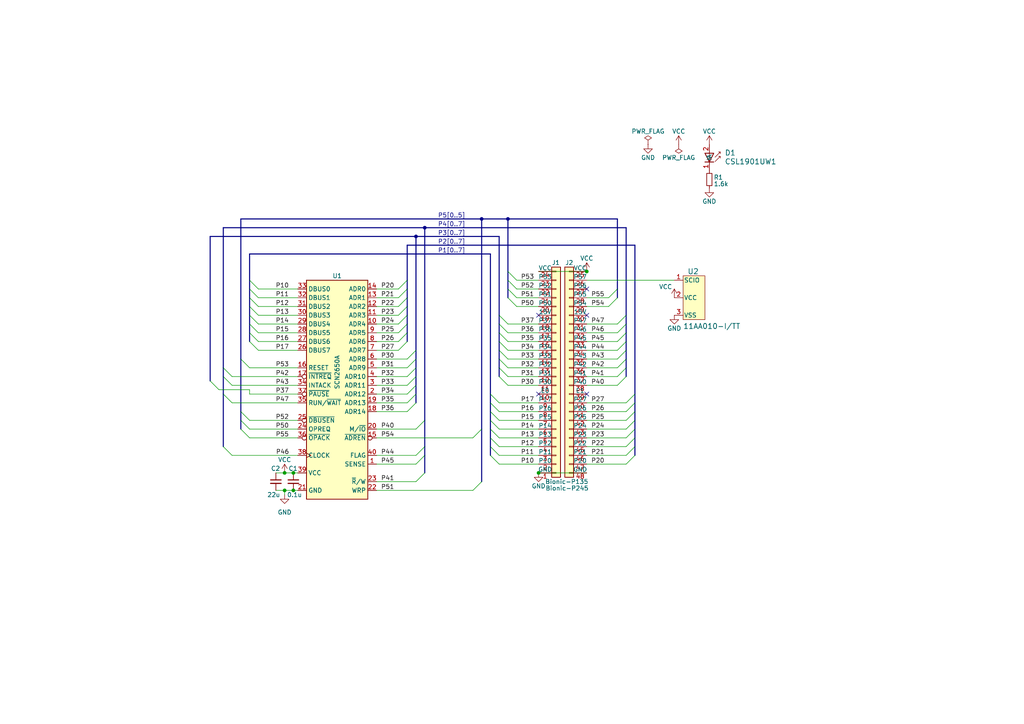
<source format=kicad_sch>
(kicad_sch (version 20230121) (generator eeschema)
  (paper "A4")
  (title_block (title "BionicSCN2650") (date "2024-11-01") (rev "3") (company "Tadashi G. Takaoka"))
  (lib_symbols
    (symbol "0-LocalLibrary:11AA010-I_TT" (pin_names (offset 0.254))
      (property "Reference" "U" (at 2.54 1.27 0))
      (property "Value" "11AA010-I/TT" (at 3.81 -13.97 0))
      (symbol "11AA010-I_TT_1_1"
        (rectangle (start 0 0) (end 6.35 -12.7) (fill (type background)))
        (pin bidirectional line (at -2.54 -1.27 0) (length 2.54) (name "SCIO") (number "1"))
        (pin power_in line (at -2.54 -6.35 0) (length 2.54) (name "VCC") (number "2"))
        (pin power_in line (at -2.54 -11.43 0) (length 2.54) (name "VSS") (number "3"))
      )
    )
    (symbol "0-LocalLibrary:Bionic-P135" (pin_names (offset 0))
      (property "Reference" "J" (at 0 30.48 0))
      (property "Value" "Bionic-P135" (at -1.27 -33.02 0))
      (symbol "Bionic-P135_1_1"
        (rectangle (start 0 -30.353) (end -1.27 -30.607) (stroke (width 0.1524)))
        (rectangle (start 0 -27.813) (end -1.27 -28.067) (stroke (width 0.1524)))
        (rectangle (start 0 -25.273) (end -1.27 -25.527) (stroke (width 0.1524)))
        (rectangle (start 0 -22.733) (end -1.27 -22.987) (stroke (width 0.1524)))
        (rectangle (start 0 -20.193) (end -1.27 -20.447) (stroke (width 0.1524)))
        (rectangle (start 0 -17.653) (end -1.27 -17.907) (stroke (width 0.1524)))
        (rectangle (start 0 -15.113) (end -1.27 -15.367) (stroke (width 0.1524)))
        (rectangle (start 0 -12.573) (end -1.27 -12.827) (stroke (width 0.1524)))
        (rectangle (start 0 -10.033) (end -1.27 -10.287) (stroke (width 0.1524)))
        (rectangle (start 0 -7.493) (end -1.27 -7.747) (stroke (width 0.1524)))
        (rectangle (start 0 -4.953) (end -1.27 -5.207) (stroke (width 0.1524)))
        (rectangle (start 0 -2.413) (end -1.27 -2.667) (stroke (width 0.1524)))
        (rectangle (start 0 0.127) (end -1.27 -0.127) (stroke (width 0.1524)))
        (rectangle (start 0 2.667) (end -1.27 2.413) (stroke (width 0.1524)))
        (rectangle (start 0 5.207) (end -1.27 4.953) (stroke (width 0.1524)))
        (rectangle (start 0 7.747) (end -1.27 7.493) (stroke (width 0.1524)))
        (rectangle (start 0 10.287) (end -1.27 10.033) (stroke (width 0.1524)))
        (rectangle (start 0 12.827) (end -1.27 12.573) (stroke (width 0.1524)))
        (rectangle (start 0 15.367) (end -1.27 15.113) (stroke (width 0.1524)))
        (rectangle (start 0 17.907) (end -1.27 17.653) (stroke (width 0.1524)))
        (rectangle (start 0 20.447) (end -1.27 20.193) (stroke (width 0.1524)))
        (rectangle (start 0 22.987) (end -1.27 22.733) (stroke (width 0.1524)))
        (rectangle (start 0 25.527) (end -1.27 25.273) (stroke (width 0.1524)))
        (rectangle (start 0 28.067) (end -1.27 27.813) (stroke (width 0.1524)))
        (rectangle (start 1.27 29.21) (end -1.27 -31.75) (stroke (width 0.254)) (fill (type background)))
        (pin power_in line (at -5.08 -30.48 0) (length 3.81) (name "GND") (number "1"))
        (pin bidirectional line (at -5.08 -7.62 0) (length 3.81) (name "E0") (number "10"))
        (pin bidirectional line (at -5.08 -5.08 0) (length 3.81) (name "P30") (number "11"))
        (pin bidirectional line (at -5.08 -2.54 0) (length 3.81) (name "P31") (number "12"))
        (pin bidirectional line (at -5.08 0 0) (length 3.81) (name "P32") (number "13"))
        (pin bidirectional line (at -5.08 2.54 0) (length 3.81) (name "P33") (number "14"))
        (pin bidirectional line (at -5.08 5.08 0) (length 3.81) (name "P34") (number "15"))
        (pin bidirectional line (at -5.08 7.62 0) (length 3.81) (name "P35") (number "16"))
        (pin bidirectional line (at -5.08 10.16 0) (length 3.81) (name "P36") (number "17"))
        (pin bidirectional line (at -5.08 12.7 0) (length 3.81) (name "P37") (number "18"))
        (pin power_in line (at -5.08 15.24 0) (length 3.81) (name "15V") (number "19"))
        (pin bidirectional line (at -5.08 -27.94 0) (length 3.81) (name "P10") (number "2"))
        (pin bidirectional line (at -5.08 17.78 0) (length 3.81) (name "P50") (number "20"))
        (pin bidirectional line (at -5.08 20.32 0) (length 3.81) (name "P51") (number "21"))
        (pin bidirectional line (at -5.08 22.86 0) (length 3.81) (name "P52") (number "22"))
        (pin bidirectional line (at -5.08 25.4 0) (length 3.81) (name "P53") (number "23"))
        (pin power_in line (at -5.08 27.94 0) (length 3.81) (name "VCC") (number "24"))
        (pin bidirectional line (at -5.08 -25.4 0) (length 3.81) (name "P11") (number "3"))
        (pin bidirectional line (at -5.08 -22.86 0) (length 3.81) (name "P12") (number "4"))
        (pin bidirectional line (at -5.08 -20.32 0) (length 3.81) (name "P13") (number "5"))
        (pin bidirectional line (at -5.08 -17.78 0) (length 3.81) (name "P14") (number "6"))
        (pin bidirectional line (at -5.08 -15.24 0) (length 3.81) (name "P15") (number "7"))
        (pin bidirectional line (at -5.08 -12.7 0) (length 3.81) (name "P16") (number "8"))
        (pin bidirectional line (at -5.08 -10.16 0) (length 3.81) (name "P17") (number "9"))
      )
    )
    (symbol "0-LocalLibrary:Bionic-P245" (pin_names (offset 0))
      (property "Reference" "J" (at -3.81 30.48 0))
      (property "Value" "Bionic-P245" (at -1.27 -33.02 0))
      (symbol "Bionic-P245_1_1"
        (rectangle (start -2.54 -30.607) (end -3.81 -30.353) (stroke (width 0.1524)))
        (rectangle (start -2.54 -28.067) (end -3.81 -27.813) (stroke (width 0.1524)))
        (rectangle (start -2.54 -25.527) (end -3.81 -25.273) (stroke (width 0.1524)))
        (rectangle (start -2.54 -22.987) (end -3.81 -22.733) (stroke (width 0.1524)))
        (rectangle (start -2.54 -20.447) (end -3.81 -20.193) (stroke (width 0.1524)))
        (rectangle (start -2.54 -17.907) (end -3.81 -17.653) (stroke (width 0.1524)))
        (rectangle (start -2.54 -15.367) (end -3.81 -15.113) (stroke (width 0.1524)))
        (rectangle (start -2.54 -12.827) (end -3.81 -12.573) (stroke (width 0.1524)))
        (rectangle (start -2.54 -10.287) (end -3.81 -10.033) (stroke (width 0.1524)))
        (rectangle (start -2.54 -7.747) (end -3.81 -7.493) (stroke (width 0.1524)))
        (rectangle (start -2.54 -5.207) (end -3.81 -4.953) (stroke (width 0.1524)))
        (rectangle (start -2.54 -2.667) (end -3.81 -2.413) (stroke (width 0.1524)))
        (rectangle (start -2.54 -0.127) (end -3.81 0.127) (stroke (width 0.1524)))
        (rectangle (start -2.54 2.413) (end -3.81 2.667) (stroke (width 0.1524)))
        (rectangle (start -2.54 4.953) (end -3.81 5.207) (stroke (width 0.1524)))
        (rectangle (start -2.54 7.493) (end -3.81 7.747) (stroke (width 0.1524)))
        (rectangle (start -2.54 10.033) (end -3.81 10.287) (stroke (width 0.1524)))
        (rectangle (start -2.54 12.573) (end -3.81 12.827) (stroke (width 0.1524)))
        (rectangle (start -2.54 15.113) (end -3.81 15.367) (stroke (width 0.1524)))
        (rectangle (start -2.54 17.653) (end -3.81 17.907) (stroke (width 0.1524)))
        (rectangle (start -2.54 20.193) (end -3.81 20.447) (stroke (width 0.1524)))
        (rectangle (start -2.54 22.733) (end -3.81 22.987) (stroke (width 0.1524)))
        (rectangle (start -2.54 25.273) (end -3.81 25.527) (stroke (width 0.1524)))
        (rectangle (start -2.54 27.813) (end -3.81 28.067) (stroke (width 0.1524)))
        (rectangle (start -2.54 29.21) (end -5.08 -31.75) (stroke (width 0.254)) (fill (type background)))
        (pin power_in line (at 1.27 27.94 180) (length 3.81) (name "VCC") (number "25"))
        (pin bidirectional line (at 1.27 25.4 180) (length 3.81) (name "P57") (number "26"))
        (pin bidirectional line (at 1.27 22.86 180) (length 3.81) (name "P56") (number "27"))
        (pin bidirectional line (at 1.27 20.32 180) (length 3.81) (name "P55") (number "28"))
        (pin bidirectional line (at 1.27 17.78 180) (length 3.81) (name "P54") (number "29"))
        (pin power_in line (at 1.27 15.24 180) (length 3.81) (name "15V") (number "30"))
        (pin bidirectional line (at 1.27 12.7 180) (length 3.81) (name "P47") (number "31"))
        (pin bidirectional line (at 1.27 10.16 180) (length 3.81) (name "P46") (number "32"))
        (pin bidirectional line (at 1.27 7.62 180) (length 3.81) (name "P45") (number "33"))
        (pin bidirectional line (at 1.27 5.08 180) (length 3.81) (name "P44") (number "34"))
        (pin bidirectional line (at 1.27 2.54 180) (length 3.81) (name "P43") (number "35"))
        (pin bidirectional line (at 1.27 0 180) (length 3.81) (name "P42") (number "36"))
        (pin bidirectional line (at 1.27 -2.54 180) (length 3.81) (name "P41") (number "37"))
        (pin bidirectional line (at 1.27 -5.08 180) (length 3.81) (name "P40") (number "38"))
        (pin bidirectional line (at 1.27 -7.62 180) (length 3.81) (name "E1") (number "39"))
        (pin bidirectional line (at 1.27 -10.16 180) (length 3.81) (name "P27") (number "40"))
        (pin bidirectional line (at 1.27 -12.7 180) (length 3.81) (name "P26") (number "41"))
        (pin bidirectional line (at 1.27 -15.24 180) (length 3.81) (name "P25") (number "42"))
        (pin bidirectional line (at 1.27 -17.78 180) (length 3.81) (name "P24") (number "43"))
        (pin bidirectional line (at 1.27 -20.32 180) (length 3.81) (name "P23") (number "44"))
        (pin bidirectional line (at 1.27 -22.86 180) (length 3.81) (name "P22") (number "45"))
        (pin bidirectional line (at 1.27 -25.4 180) (length 3.81) (name "P21") (number "46"))
        (pin bidirectional line (at 1.27 -27.94 180) (length 3.81) (name "P20") (number "47"))
        (pin power_in line (at 1.27 -30.48 180) (length 3.81) (name "GND") (number "48"))
      )
    )
    (symbol "0-LocalLibrary:CSL1901UW1" (pin_names (offset 0.254))
      (property "Reference" "D" (at 3.81 -2.54 0))
      (property "Value" "CSL1901UW1" (at 3.81 -5.08 0))
      (symbol "CSL1901UW1_0_1"
        (polyline (pts (xy 2.159 3.175) (xy 2.667 3.175)))
        (polyline (pts (xy 2.54 0) (xy 5.08 0)))
        (polyline (pts (xy 5.08 1.27) (xy 5.08 -1.27)) (stroke (width 0.254)))
        (polyline (pts (xy 3.683 1.651) (xy 2.159 3.175) (xy 2.159 2.667)))
        (polyline (pts (xy 2.54 -1.27) (xy 5.08 0) (xy 2.54 1.27) (xy 2.54 -1.27)) (stroke (width 0.254)))
        (polyline (pts (xy 4.953 1.651) (xy 3.429 3.175) (xy 3.429 2.667) (xy 3.429 3.175) (xy 3.937 3.175)))
      )
      (symbol "CSL1901UW1_1_1"
        (pin passive line (at 7.62 0 180) (length 2.54) (name "K") (number "1"))
        (pin passive line (at 0 0 0) (length 2.54) (name "A") (number "2"))
      )
      (symbol "CSL1901UW1_1_2"
        (polyline (pts (xy -5.08 7.62) (xy -4.445 8.255)) (stroke (width 0.2032)))
        (polyline (pts (xy -5.08 8.255) (xy -5.08 7.62)) (stroke (width 0.2032)))
        (polyline (pts (xy -4.445 6.35) (xy -3.81 6.985)) (stroke (width 0.2032)))
        (polyline (pts (xy -4.445 8.255) (xy -5.08 8.255)) (stroke (width 0.2032)))
        (polyline (pts (xy -4.445 9.525) (xy -3.81 10.16)) (stroke (width 0.2032)))
        (polyline (pts (xy -4.445 10.16) (xy -4.445 9.525)) (stroke (width 0.2032)))
        (polyline (pts (xy -3.81 6.985) (xy -5.08 8.255)) (stroke (width 0.2032)))
        (polyline (pts (xy -3.81 8.255) (xy -3.175 8.89)) (stroke (width 0.2032)))
        (polyline (pts (xy -3.81 10.16) (xy -4.445 10.16)) (stroke (width 0.2032)))
        (polyline (pts (xy -3.175 5.08) (xy -4.445 6.35)) (stroke (width 0.2032)))
        (polyline (pts (xy -3.175 8.89) (xy -4.445 10.16)) (stroke (width 0.2032)))
        (polyline (pts (xy -2.54 6.985) (xy -3.81 8.255)) (stroke (width 0.2032)))
        (polyline (pts (xy -1.905 3.81) (xy 1.905 3.81)) (stroke (width 0.2032)))
        (polyline (pts (xy 0 2.54) (xy 0 3.4798)) (stroke (width 0.2032)))
        (polyline (pts (xy 0 3.175) (xy 0 3.81)) (stroke (width 0.2032)))
        (polyline (pts (xy 0 6.35) (xy -1.905 3.81)) (stroke (width 0.2032)))
        (polyline (pts (xy 0 6.35) (xy 0 7.62)) (stroke (width 0.2032)))
        (polyline (pts (xy 1.905 3.81) (xy 0 6.35)) (stroke (width 0.2032)))
        (polyline (pts (xy 1.905 6.35) (xy -1.905 6.35)) (stroke (width 0.2032)))
        (pin unspecified line (at 0 10.16 270) (length 2.54) (name "") (number "1"))
        (pin unspecified line (at 0 0 90) (length 2.54) (name "") (number "2"))
      )
    )
    (symbol "0-LocalLibrary:SCN2650A"
      (property "Reference" "U" (at -1.27 31.75 0))
      (property "Value" "SCN2650A" (at 0 -1.27 90))
      (symbol "SCN2650A_0_1"
        (rectangle (start -8.89 -33.02) (end 8.89 30.48) (stroke (width 0.254)) (fill (type background)))
      )
      (symbol "SCN2650A_1_1"
        (pin input line (at 11.43 -22.86 180) (length 2.54) (name "SENSE") (number "1"))
        (pin output line (at 11.43 17.78 180) (length 2.54) (name "ADR4") (number "10"))
        (pin output line (at 11.43 20.32 180) (length 2.54) (name "ADR3") (number "11"))
        (pin output line (at 11.43 22.86 180) (length 2.54) (name "ADR2") (number "12"))
        (pin output line (at 11.43 25.4 180) (length 2.54) (name "ADR1") (number "13"))
        (pin output line (at 11.43 27.94 180) (length 2.54) (name "ADR0") (number "14"))
        (pin output inverted (at 11.43 -15.24 180) (length 2.54) (name "~{ADREN}") (number "15"))
        (pin input line (at -11.43 5.08 0) (length 2.54) (name "RESET") (number "16"))
        (pin input inverted (at -11.43 2.54 0) (length 2.54) (name "~{INTREQ}") (number "17"))
        (pin output line (at 11.43 -7.62 180) (length 2.54) (name "ADR14") (number "18"))
        (pin output line (at 11.43 -5.08 180) (length 2.54) (name "ADR13") (number "19"))
        (pin output line (at 11.43 -2.54 180) (length 2.54) (name "ADR12") (number "2"))
        (pin output line (at 11.43 -12.7 180) (length 2.54) (name "M/~{IO}") (number "20"))
        (pin power_in line (at -11.43 -30.48 0) (length 2.54) (name "GND") (number "21"))
        (pin output line (at 11.43 -30.48 180) (length 2.54) (name "WRP") (number "22"))
        (pin output line (at 11.43 -27.94 180) (length 2.54) (name "~{R}/W") (number "23"))
        (pin output line (at -11.43 -12.7 0) (length 2.54) (name "OPREQ") (number "24"))
        (pin input inverted (at -11.43 -10.16 0) (length 2.54) (name "~{DBUSEN}") (number "25"))
        (pin bidirectional line (at -11.43 10.16 0) (length 2.54) (name "DBUS7") (number "26"))
        (pin bidirectional line (at -11.43 12.7 0) (length 2.54) (name "DBUS6") (number "27"))
        (pin bidirectional line (at -11.43 15.24 0) (length 2.54) (name "DBUS5") (number "28"))
        (pin bidirectional line (at -11.43 17.78 0) (length 2.54) (name "DBUS4") (number "29"))
        (pin output line (at 11.43 0 180) (length 2.54) (name "ADR11") (number "3"))
        (pin bidirectional line (at -11.43 20.32 0) (length 2.54) (name "DBUS3") (number "30"))
        (pin bidirectional line (at -11.43 22.86 0) (length 2.54) (name "DBUS2") (number "31"))
        (pin bidirectional line (at -11.43 25.4 0) (length 2.54) (name "DBUS1") (number "32"))
        (pin bidirectional line (at -11.43 27.94 0) (length 2.54) (name "DBUS0") (number "33"))
        (pin output line (at -11.43 0 0) (length 2.54) (name "INTACK") (number "34"))
        (pin output line (at -11.43 -5.08 0) (length 2.54) (name "RUN/~{WAIT}") (number "35"))
        (pin input inverted (at -11.43 -15.24 0) (length 2.54) (name "~{OPACK}") (number "36"))
        (pin input inverted (at -11.43 -2.54 0) (length 2.54) (name "~{PAUSE}") (number "37"))
        (pin input clock (at -11.43 -20.32 0) (length 2.54) (name "CLOCK") (number "38"))
        (pin power_in line (at -11.43 -25.4 0) (length 2.54) (name "VCC") (number "39"))
        (pin output line (at 11.43 2.54 180) (length 2.54) (name "ADR10") (number "4"))
        (pin output line (at 11.43 -20.32 180) (length 2.54) (name "FLAG") (number "40"))
        (pin output line (at 11.43 5.08 180) (length 2.54) (name "ADR9") (number "5"))
        (pin output line (at 11.43 7.62 180) (length 2.54) (name "ADR8") (number "6"))
        (pin output line (at 11.43 10.16 180) (length 2.54) (name "ADR7") (number "7"))
        (pin output line (at 11.43 12.7 180) (length 2.54) (name "ADR6") (number "8"))
        (pin output line (at 11.43 15.24 180) (length 2.54) (name "ADR5") (number "9"))
      )
    )
    (symbol "Device:C_Small" (pin_numbers hide) (pin_names (offset 0.254) hide)
      (property "Reference" "C" (at 0.254 1.778 0))
      (property "Value" "C_Small" (at 0.254 -2.032 0))
      (symbol "C_Small_0_1"
        (polyline (pts (xy -1.524 -0.508) (xy 1.524 -0.508)) (stroke (width 0.3302)))
        (polyline (pts (xy -1.524 0.508) (xy 1.524 0.508)) (stroke (width 0.3048)))
      )
      (symbol "C_Small_1_1"
        (pin passive line (at 0 2.54 270) (length 2.032) (name "~") (number "1"))
        (pin passive line (at 0 -2.54 90) (length 2.032) (name "~") (number "2"))
      )
    )
    (symbol "Device:R_Small" (pin_numbers hide) (pin_names (offset 0.254) hide)
      (property "Reference" "R" (at 0.762 0.508 0))
      (property "Value" "R_Small" (at 0.762 -1.016 0))
      (symbol "R_Small_0_1"
        (rectangle (start -0.762 1.778) (end 0.762 -1.778) (stroke (width 0.2032)))
      )
      (symbol "R_Small_1_1"
        (pin passive line (at 0 2.54 270) (length 0.762) (name "~") (number "1"))
        (pin passive line (at 0 -2.54 90) (length 0.762) (name "~") (number "2"))
      )
    )
    (symbol "power:GND" (power) (pin_names (offset 0))
      (property "Value" "GND" (at 0 -3.81 0))
      (symbol "GND_0_1"
        (polyline (pts (xy 0 0) (xy 0 -1.27) (xy 1.27 -1.27) (xy 0 -2.54) (xy -1.27 -1.27) (xy 0 -1.27)))
      )
      (symbol "GND_1_1"
        (pin power_in line (at 0 0 270) (length 0) hide (name "GND") (number "1"))
      )
    )
    (symbol "power:PWR_FLAG" (power) (pin_numbers hide) (pin_names (offset 0) hide)
      (property "Value" "PWR_FLAG" (at 0 3.81 0))
      (symbol "PWR_FLAG_0_0"
        (pin power_out line (at 0 0 90) (length 0) (name "pwr") (number "1"))
      )
      (symbol "PWR_FLAG_0_1"
        (polyline (pts (xy 0 0) (xy 0 1.27) (xy -1.016 1.905) (xy 0 2.54) (xy 1.016 1.905) (xy 0 1.27)))
      )
    )
    (symbol "power:VCC" (power) (pin_names (offset 0))
      (property "Value" "VCC" (at 0 3.81 0))
      (symbol "VCC_0_1"
        (polyline (pts (xy -0.762 1.27) (xy 0 2.54)))
        (polyline (pts (xy 0 0) (xy 0 2.54)))
        (polyline (pts (xy 0 2.54) (xy 0.762 1.27)))
      )
      (symbol "VCC_1_1"
        (pin power_in line (at 0 0 90) (length 0) hide (name "VCC") (number "1"))
      )
    )
  )
  (junction (at 85.09 142.24))
  (junction (at 82.55 137.16))
  (junction (at 139.7 63.5))
  (junction (at 85.09 137.16))
  (junction (at 147.32 63.5))
  (junction (at 120.65 68.58))
  (junction (at 156.21 137.16))
  (junction (at 123.19 66.04))
  (junction (at 170.18 78.74))
  (junction (at 82.55 142.24))
  (no_connect (at 156.21 91.44))
  (no_connect (at 170.18 114.3))
  (no_connect (at 156.21 114.3))
  (no_connect (at 170.18 91.44))
  (no_connect (at 170.18 83.82))
  (bus_entry (at 144.78 101.6) (size 2.54 2.54))
  (bus_entry (at 74.93 99.06) (size -2.54 -2.54))
  (bus_entry (at 74.93 83.82) (size -2.54 -2.54))
  (bus_entry (at 118.11 106.68) (size 2.54 -2.54))
  (bus_entry (at 176.53 86.36) (size 2.54 -2.54))
  (bus_entry (at 118.11 93.98) (size -2.54 2.54))
  (bus_entry (at 179.07 106.68) (size 2.54 -2.54))
  (bus_entry (at 118.11 109.22) (size 2.54 -2.54))
  (bus_entry (at 149.86 81.28) (size -2.54 -2.54))
  (bus_entry (at 144.78 106.68) (size 2.54 2.54))
  (bus_entry (at 179.07 104.14) (size 2.54 -2.54))
  (bus_entry (at 144.78 127) (size -2.54 -2.54))
  (bus_entry (at 118.11 96.52) (size -2.54 2.54))
  (bus_entry (at 118.11 114.3) (size 2.54 -2.54))
  (bus_entry (at 69.85 121.92) (size 2.54 2.54))
  (bus_entry (at 179.07 101.6) (size 2.54 -2.54))
  (bus_entry (at 147.32 83.82) (size 2.54 2.54))
  (bus_entry (at 147.32 86.36) (size 2.54 2.54))
  (bus_entry (at 144.78 109.22) (size 2.54 2.54))
  (bus_entry (at 123.19 121.92) (size -2.54 2.54))
  (bus_entry (at 144.78 121.92) (size -2.54 -2.54))
  (bus_entry (at 184.15 132.08) (size -2.54 2.54))
  (bus_entry (at 74.93 96.52) (size -2.54 -2.54))
  (bus_entry (at 60.96 110.49) (size 2.54 2.54))
  (bus_entry (at 144.78 116.84) (size -2.54 -2.54))
  (bus_entry (at 176.53 88.9) (size 2.54 -2.54))
  (bus_entry (at 147.32 81.28) (size 2.54 2.54))
  (bus_entry (at 139.7 139.7) (size -2.54 2.54))
  (bus_entry (at 118.11 119.38) (size 2.54 -2.54))
  (bus_entry (at 69.85 104.14) (size 2.54 2.54))
  (bus_entry (at 64.77 106.68) (size 2.54 2.54))
  (bus_entry (at 118.11 99.06) (size -2.54 2.54))
  (bus_entry (at 179.07 99.06) (size 2.54 -2.54))
  (bus_entry (at 184.15 129.54) (size -2.54 2.54))
  (bus_entry (at 144.78 129.54) (size -2.54 -2.54))
  (bus_entry (at 144.78 132.08) (size -2.54 -2.54))
  (bus_entry (at 144.78 119.38) (size -2.54 -2.54))
  (bus_entry (at 118.11 81.28) (size -2.54 2.54))
  (bus_entry (at 144.78 91.44) (size 2.54 2.54))
  (bus_entry (at 118.11 83.82) (size -2.54 2.54))
  (bus_entry (at 74.93 91.44) (size -2.54 -2.54))
  (bus_entry (at 74.93 93.98) (size -2.54 -2.54))
  (bus_entry (at 184.15 121.92) (size -2.54 2.54))
  (bus_entry (at 69.85 124.46) (size 2.54 2.54))
  (bus_entry (at 144.78 96.52) (size 2.54 2.54))
  (bus_entry (at 144.78 104.14) (size 2.54 2.54))
  (bus_entry (at 179.07 96.52) (size 2.54 -2.54))
  (bus_entry (at 118.11 88.9) (size -2.54 2.54))
  (bus_entry (at 179.07 109.22) (size 2.54 -2.54))
  (bus_entry (at 139.7 124.46) (size -2.54 2.54))
  (bus_entry (at 118.11 116.84) (size 2.54 -2.54))
  (bus_entry (at 64.77 129.54) (size 2.54 2.54))
  (bus_entry (at 69.85 119.38) (size 2.54 2.54))
  (bus_entry (at 184.15 124.46) (size -2.54 2.54))
  (bus_entry (at 179.07 111.76) (size 2.54 -2.54))
  (bus_entry (at 184.15 116.84) (size -2.54 2.54))
  (bus_entry (at 120.65 139.7) (size 2.54 -2.54))
  (bus_entry (at 147.32 96.52) (size -2.54 -2.54))
  (bus_entry (at 179.07 93.98) (size 2.54 -2.54))
  (bus_entry (at 118.11 111.76) (size 2.54 -2.54))
  (bus_entry (at 118.11 86.36) (size -2.54 2.54))
  (bus_entry (at 74.93 101.6) (size -2.54 -2.54))
  (bus_entry (at 118.11 104.14) (size 2.54 -2.54))
  (bus_entry (at 74.93 86.36) (size -2.54 -2.54))
  (bus_entry (at 184.15 119.38) (size -2.54 2.54))
  (bus_entry (at 184.15 114.3) (size -2.54 2.54))
  (bus_entry (at 64.77 114.3) (size 2.54 2.54))
  (bus_entry (at 74.93 88.9) (size -2.54 -2.54))
  (bus_entry (at 184.15 127) (size -2.54 2.54))
  (bus_entry (at 118.11 91.44) (size -2.54 2.54))
  (bus_entry (at 120.65 134.62) (size 2.54 -2.54))
  (bus_entry (at 120.65 132.08) (size 2.54 -2.54))
  (bus_entry (at 144.78 124.46) (size -2.54 -2.54))
  (bus_entry (at 144.78 134.62) (size -2.54 -2.54))
  (bus_entry (at 144.78 99.06) (size 2.54 2.54))
  (bus_entry (at 64.77 109.22) (size 2.54 2.54))
  (bus (pts (xy 184.15 71.12) (xy 184.15 114.3)))
  (wire (pts (xy 109.22 93.98) (xy 115.57 93.98)))
  (wire (pts (xy 147.32 99.06) (xy 156.21 99.06)))
  (bus (pts (xy 142.24 121.92) (xy 142.24 124.46)))
  (wire (pts (xy 170.18 86.36) (xy 176.53 86.36)))
  (wire (pts (xy 170.18 109.22) (xy 179.07 109.22)))
  (bus (pts (xy 144.78 101.6) (xy 144.78 104.14)))
  (bus (pts (xy 142.24 129.54) (xy 142.24 132.08)))
  (wire (pts (xy 170.18 134.62) (xy 181.61 134.62)))
  (wire (pts (xy 147.32 111.76) (xy 156.21 111.76)))
  (bus (pts (xy 120.65 68.58) (xy 144.78 68.58)))
  (wire (pts (xy 144.78 127) (xy 156.21 127)))
  (bus (pts (xy 123.19 132.08) (xy 123.19 129.54)))
  (bus (pts (xy 144.78 96.52) (xy 144.78 99.06)))
  (bus (pts (xy 72.39 96.52) (xy 72.39 99.06)))
  (bus (pts (xy 142.24 116.84) (xy 142.24 114.3)))
  (wire (pts (xy 144.78 119.38) (xy 156.21 119.38)))
  (bus (pts (xy 72.39 91.44) (xy 72.39 93.98)))
  (bus (pts (xy 64.77 114.3) (xy 64.77 109.22)))
  (wire (pts (xy 170.18 106.68) (xy 179.07 106.68)))
  (bus (pts (xy 184.15 124.46) (xy 184.15 127)))
  (bus (pts (xy 142.24 127) (xy 142.24 129.54)))
  (bus (pts (xy 69.85 63.5) (xy 69.85 104.14)))
  (wire (pts (xy 86.36 114.3) (xy 72.39 114.3)))
  (wire (pts (xy 170.18 81.28) (xy 195.58 81.28)))
  (wire (pts (xy 72.39 124.46) (xy 86.36 124.46)))
  (bus (pts (xy 181.61 99.06) (xy 181.61 96.52)))
  (wire (pts (xy 144.78 116.84) (xy 156.21 116.84)))
  (bus (pts (xy 72.39 73.66) (xy 72.39 81.28)))
  (bus (pts (xy 118.11 93.98) (xy 118.11 96.52)))
  (wire (pts (xy 82.55 143.51) (xy 82.55 142.24)))
  (bus (pts (xy 123.19 137.16) (xy 123.19 132.08)))
  (wire (pts (xy 170.18 121.92) (xy 181.61 121.92)))
  (wire (pts (xy 109.22 134.62) (xy 120.65 134.62)))
  (wire (pts (xy 156.21 78.74) (xy 170.18 78.74)))
  (wire (pts (xy 147.32 104.14) (xy 156.21 104.14)))
  (bus (pts (xy 144.78 104.14) (xy 144.78 106.68)))
  (bus (pts (xy 118.11 83.82) (xy 118.11 86.36)))
  (bus (pts (xy 69.85 104.14) (xy 69.85 119.38)))
  (wire (pts (xy 170.18 119.38) (xy 181.61 119.38)))
  (wire (pts (xy 170.18 111.76) (xy 179.07 111.76)))
  (bus (pts (xy 118.11 71.12) (xy 184.15 71.12)))
  (bus (pts (xy 118.11 96.52) (xy 118.11 99.06)))
  (bus (pts (xy 139.7 139.7) (xy 139.7 124.46)))
  (wire (pts (xy 170.18 124.46) (xy 181.61 124.46)))
  (wire (pts (xy 85.09 142.24) (xy 82.55 142.24)))
  (wire (pts (xy 72.39 121.92) (xy 86.36 121.92)))
  (bus (pts (xy 120.65 68.58) (xy 120.65 101.6)))
  (wire (pts (xy 72.39 106.68) (xy 86.36 106.68)))
  (bus (pts (xy 184.15 129.54) (xy 184.15 132.08)))
  (wire (pts (xy 109.22 101.6) (xy 115.57 101.6)))
  (wire (pts (xy 147.32 96.52) (xy 156.21 96.52)))
  (wire (pts (xy 170.18 129.54) (xy 181.61 129.54)))
  (wire (pts (xy 144.78 124.46) (xy 156.21 124.46)))
  (wire (pts (xy 86.36 101.6) (xy 74.93 101.6)))
  (wire (pts (xy 170.18 116.84) (xy 181.61 116.84)))
  (wire (pts (xy 72.39 127) (xy 86.36 127)))
  (bus (pts (xy 60.96 68.58) (xy 120.65 68.58)))
  (bus (pts (xy 181.61 101.6) (xy 181.61 99.06)))
  (bus (pts (xy 69.85 121.92) (xy 69.85 124.46)))
  (wire (pts (xy 170.18 104.14) (xy 179.07 104.14)))
  (bus (pts (xy 147.32 86.36) (xy 147.32 83.82)))
  (wire (pts (xy 109.22 132.08) (xy 120.65 132.08)))
  (wire (pts (xy 170.18 88.9) (xy 176.53 88.9)))
  (wire (pts (xy 85.09 142.24) (xy 86.36 142.24)))
  (bus (pts (xy 120.65 106.68) (xy 120.65 109.22)))
  (bus (pts (xy 184.15 127) (xy 184.15 129.54)))
  (bus (pts (xy 120.65 101.6) (xy 120.65 104.14)))
  (bus (pts (xy 60.96 68.58) (xy 60.96 110.49)))
  (wire (pts (xy 144.78 134.62) (xy 156.21 134.62)))
  (bus (pts (xy 72.39 73.66) (xy 142.24 73.66)))
  (wire (pts (xy 86.36 91.44) (xy 74.93 91.44)))
  (bus (pts (xy 120.65 114.3) (xy 120.65 116.84)))
  (wire (pts (xy 144.78 132.08) (xy 156.21 132.08)))
  (bus (pts (xy 144.78 99.06) (xy 144.78 101.6)))
  (wire (pts (xy 109.22 104.14) (xy 118.11 104.14)))
  (bus (pts (xy 181.61 104.14) (xy 181.61 101.6)))
  (bus (pts (xy 120.65 109.22) (xy 120.65 111.76)))
  (bus (pts (xy 118.11 91.44) (xy 118.11 93.98)))
  (wire (pts (xy 109.22 127) (xy 137.16 127)))
  (bus (pts (xy 181.61 91.44) (xy 181.61 93.98)))
  (wire (pts (xy 86.36 99.06) (xy 74.93 99.06)))
  (bus (pts (xy 123.19 66.04) (xy 181.61 66.04)))
  (wire (pts (xy 109.22 114.3) (xy 118.11 114.3)))
  (bus (pts (xy 142.24 124.46) (xy 142.24 127)))
  (bus (pts (xy 179.07 86.36) (xy 179.07 83.82)))
  (bus (pts (xy 64.77 106.68) (xy 64.77 66.04)))
  (wire (pts (xy 109.22 119.38) (xy 118.11 119.38)))
  (wire (pts (xy 109.22 96.52) (xy 115.57 96.52)))
  (bus (pts (xy 181.61 96.52) (xy 181.61 93.98)))
  (wire (pts (xy 67.31 132.08) (xy 86.36 132.08)))
  (wire (pts (xy 144.78 129.54) (xy 156.21 129.54)))
  (wire (pts (xy 67.31 109.22) (xy 86.36 109.22)))
  (wire (pts (xy 80.01 137.16) (xy 82.55 137.16)))
  (bus (pts (xy 72.39 88.9) (xy 72.39 91.44)))
  (wire (pts (xy 109.22 116.84) (xy 118.11 116.84)))
  (wire (pts (xy 67.31 116.84) (xy 86.36 116.84)))
  (wire (pts (xy 86.36 93.98) (xy 74.93 93.98)))
  (bus (pts (xy 184.15 121.92) (xy 184.15 124.46)))
  (bus (pts (xy 118.11 71.12) (xy 118.11 81.28)))
  (wire (pts (xy 109.22 83.82) (xy 115.57 83.82)))
  (wire (pts (xy 170.18 101.6) (xy 179.07 101.6)))
  (bus (pts (xy 64.77 106.68) (xy 64.77 109.22)))
  (wire (pts (xy 109.22 142.24) (xy 137.16 142.24)))
  (bus (pts (xy 72.39 83.82) (xy 72.39 86.36)))
  (wire (pts (xy 80.01 142.24) (xy 82.55 142.24)))
  (wire (pts (xy 147.32 106.68) (xy 156.21 106.68)))
  (bus (pts (xy 139.7 63.5) (xy 139.7 124.46)))
  (wire (pts (xy 147.32 109.22) (xy 156.21 109.22)))
  (wire (pts (xy 109.22 111.76) (xy 118.11 111.76)))
  (wire (pts (xy 149.86 81.28) (xy 156.21 81.28)))
  (wire (pts (xy 149.86 88.9) (xy 156.21 88.9)))
  (wire (pts (xy 109.22 88.9) (xy 115.57 88.9)))
  (bus (pts (xy 123.19 121.92) (xy 123.19 129.54)))
  (wire (pts (xy 109.22 91.44) (xy 115.57 91.44)))
  (wire (pts (xy 86.36 88.9) (xy 74.93 88.9)))
  (wire (pts (xy 86.36 86.36) (xy 74.93 86.36)))
  (bus (pts (xy 181.61 91.44) (xy 181.61 66.04)))
  (bus (pts (xy 64.77 66.04) (xy 123.19 66.04)))
  (wire (pts (xy 170.18 93.98) (xy 179.07 93.98)))
  (bus (pts (xy 120.65 104.14) (xy 120.65 106.68)))
  (bus (pts (xy 184.15 116.84) (xy 184.15 119.38)))
  (bus (pts (xy 64.77 114.3) (xy 64.77 129.54)))
  (bus (pts (xy 144.78 68.58) (xy 144.78 91.44)))
  (bus (pts (xy 147.32 63.5) (xy 139.7 63.5)))
  (bus (pts (xy 147.32 81.28) (xy 147.32 78.74)))
  (wire (pts (xy 109.22 124.46) (xy 120.65 124.46)))
  (bus (pts (xy 69.85 63.5) (xy 139.7 63.5)))
  (bus (pts (xy 147.32 83.82) (xy 147.32 81.28)))
  (bus (pts (xy 181.61 109.22) (xy 181.61 106.68)))
  (wire (pts (xy 170.18 96.52) (xy 179.07 96.52)))
  (wire (pts (xy 147.32 101.6) (xy 156.21 101.6)))
  (wire (pts (xy 72.39 114.3) (xy 72.39 113.03)))
  (wire (pts (xy 109.22 139.7) (xy 120.65 139.7)))
  (wire (pts (xy 156.21 137.16) (xy 170.18 137.16)))
  (wire (pts (xy 170.18 132.08) (xy 181.61 132.08)))
  (wire (pts (xy 109.22 99.06) (xy 115.57 99.06)))
  (wire (pts (xy 109.22 109.22) (xy 118.11 109.22)))
  (wire (pts (xy 109.22 106.68) (xy 118.11 106.68)))
  (bus (pts (xy 142.24 119.38) (xy 142.24 121.92)))
  (wire (pts (xy 85.09 137.16) (xy 86.36 137.16)))
  (bus (pts (xy 144.78 93.98) (xy 144.78 96.52)))
  (wire (pts (xy 170.18 127) (xy 181.61 127)))
  (bus (pts (xy 142.24 116.84) (xy 142.24 119.38)))
  (bus (pts (xy 144.78 93.98) (xy 144.78 91.44)))
  (wire (pts (xy 86.36 83.82) (xy 74.93 83.82)))
  (bus (pts (xy 118.11 86.36) (xy 118.11 88.9)))
  (bus (pts (xy 142.24 73.66) (xy 142.24 114.3)))
  (bus (pts (xy 179.07 63.5) (xy 147.32 63.5)))
  (wire (pts (xy 86.36 96.52) (xy 74.93 96.52)))
  (wire (pts (xy 85.09 137.16) (xy 82.55 137.16)))
  (wire (pts (xy 67.31 111.76) (xy 86.36 111.76)))
  (bus (pts (xy 72.39 93.98) (xy 72.39 96.52)))
  (bus (pts (xy 179.07 83.82) (xy 179.07 63.5)))
  (bus (pts (xy 69.85 119.38) (xy 69.85 121.92)))
  (bus (pts (xy 144.78 106.68) (xy 144.78 109.22)))
  (wire (pts (xy 147.32 93.98) (xy 156.21 93.98)))
  (wire (pts (xy 109.22 86.36) (xy 115.57 86.36)))
  (bus (pts (xy 184.15 114.3) (xy 184.15 116.84)))
  (bus (pts (xy 72.39 86.36) (xy 72.39 88.9)))
  (wire (pts (xy 149.86 86.36) (xy 156.21 86.36)))
  (wire (pts (xy 170.18 99.06) (xy 179.07 99.06)))
  (wire (pts (xy 72.39 113.03) (xy 63.5 113.03)))
  (wire (pts (xy 149.86 83.82) (xy 156.21 83.82)))
  (bus (pts (xy 123.19 66.04) (xy 123.19 121.92)))
  (bus (pts (xy 118.11 88.9) (xy 118.11 91.44)))
  (wire (pts (xy 144.78 121.92) (xy 156.21 121.92)))
  (bus (pts (xy 120.65 111.76) (xy 120.65 114.3)))
  (bus (pts (xy 118.11 81.28) (xy 118.11 83.82)))
  (bus (pts (xy 181.61 106.68) (xy 181.61 104.14)))
  (bus (pts (xy 147.32 63.5) (xy 147.32 78.74)))
  (bus (pts (xy 72.39 81.28) (xy 72.39 83.82)))
  (bus (pts (xy 184.15 119.38) (xy 184.15 121.92)))
  (label "P33" (at 110.49 111.76 0))
  (label "P36" (at 110.49 119.38 0))
  (label "P55" (at 171.45 86.36 0))
  (label "P17" (at 154.94 116.84 180))
  (label "P37" (at 83.82 114.3 180))
  (label "P4[0..7]" (at 127 66.04 0))
  (label "P36" (at 154.94 96.52 180))
  (label "P24" (at 171.45 124.46 0))
  (label "P33" (at 154.94 104.14 180))
  (label "P40" (at 171.45 111.76 0))
  (label "P54" (at 110.49 127 0))
  (label "P55" (at 83.82 127 180))
  (label "P47" (at 171.45 93.98 0))
  (label "P20" (at 171.45 134.62 0))
  (label "P23" (at 171.45 127 0))
  (label "P11" (at 83.82 86.36 180))
  (label "P25" (at 171.45 121.92 0))
  (label "P21" (at 171.45 132.08 0))
  (label "P53" (at 83.82 106.68 180))
  (label "P53" (at 154.94 81.28 180))
  (label "P23" (at 110.49 91.44 0))
  (label "P13" (at 83.82 91.44 180))
  (label "P5[0..5]" (at 127 63.5 0))
  (label "P31" (at 154.94 109.22 180))
  (label "P21" (at 110.49 86.36 0))
  (label "P24" (at 110.49 93.98 0))
  (label "P41" (at 110.49 139.7 0))
  (label "P10" (at 154.94 134.62 180))
  (label "P30" (at 154.94 111.76 180))
  (label "P34" (at 154.94 101.6 180))
  (label "P43" (at 171.45 104.14 0))
  (label "P22" (at 171.45 129.54 0))
  (label "P50" (at 83.82 124.46 180))
  (label "P35" (at 110.49 116.84 0))
  (label "P43" (at 83.82 111.76 180))
  (label "P32" (at 110.49 109.22 0))
  (label "P22" (at 110.49 88.9 0))
  (label "P15" (at 83.82 96.52 180))
  (label "P12" (at 154.94 129.54 180))
  (label "P54" (at 171.45 88.9 0))
  (label "P52" (at 154.94 83.82 180))
  (label "P46" (at 80.01 132.08 0))
  (label "P11" (at 154.94 132.08 180))
  (label "P32" (at 154.94 106.68 180))
  (label "P51" (at 110.49 142.24 0))
  (label "P15" (at 154.94 121.92 180))
  (label "P41" (at 171.45 109.22 0))
  (label "P14" (at 154.94 124.46 180))
  (label "P2[0..7]" (at 127 71.12 0))
  (label "P26" (at 110.49 99.06 0))
  (label "P42" (at 171.45 106.68 0))
  (label "P16" (at 83.82 99.06 180))
  (label "P35" (at 154.94 99.06 180))
  (label "P31" (at 110.49 106.68 0))
  (label "P3[0..7]" (at 127 68.58 0))
  (label "P20" (at 110.49 83.82 0))
  (label "P14" (at 83.82 93.98 180))
  (label "P45" (at 110.49 134.62 0))
  (label "P27" (at 110.49 101.6 0))
  (label "P27" (at 171.45 116.84 0))
  (label "P30" (at 110.49 104.14 0))
  (label "P44" (at 171.45 101.6 0))
  (label "P47" (at 83.82 116.84 180))
  (label "P26" (at 171.45 119.38 0))
  (label "P46" (at 171.45 96.52 0))
  (label "P10" (at 83.82 83.82 180))
  (label "P44" (at 110.49 132.08 0))
  (label "P40" (at 110.49 124.46 0))
  (label "P50" (at 154.94 88.9 180))
  (label "P42" (at 83.82 109.22 180))
  (label "P51" (at 154.94 86.36 180))
  (label "P37" (at 154.94 93.98 180))
  (label "P52" (at 83.82 121.92 180))
  (label "P16" (at 154.94 119.38 180))
  (label "P45" (at 171.45 99.06 0))
  (label "P17" (at 83.82 101.6 180))
  (label "P25" (at 110.49 96.52 0))
  (label "P1[0..7]" (at 127 73.66 0))
  (label "P13" (at 154.94 127 180))
  (label "P34" (at 110.49 114.3 0))
  (label "P12" (at 83.82 88.9 180))
  (symbol (lib_id "Device:C_Small") (at 85.09 139.7 0) (mirror y) (unit 1)
    (property "Reference" "C1" (at 86.36 135.89 0) (effects (justify left)))
    (property "Value" "0.1u" (at 87.63 143.51 0) (effects (justify left)))
    (property "Footprint" "Capacitor_SMD:C_0603_1608Metric_Pad1.08x0.95mm_HandSolder" (effects hide))
  )
  (symbol (lib_id "0-LocalLibrary:SCN2650A") (at 97.79 111.76 0) (unit 1)
    (property "Reference" "U1" (at 97.79 80.01 0))
    (property "Value" "SCN2650A" (at 97.79 107.95 90))
    (property "Footprint" "0-LocalLibrary:DIP-40_W15.24mm_Socket" (effects hide))
    (property "Datasheet" "https://frank.pocnet.net/sheets/084/2/2650.pdf" (effects hide))
  )
  (symbol (lib_id "0-LocalLibrary:Bionic-P135") (at 161.29 106.68 0) (unit 1)
    (property "Reference" "J1" (at 160.02 76.2 0) (effects (justify left)))
    (property "Value" "Bionic-P135" (at 158.115 139.7 0) (effects (justify left)))
    (property "Footprint" "0-LocalLibrary:Bionic-P135_Vertical" (effects hide))
  )
  (symbol (lib_id "power:VCC") (at 170.18 78.74 0) (unit 1)
    (property "Reference" "#PWR01" (effects hide))
    (property "Value" "VCC" (at 170.18 74.93 0))
  )
  (symbol (lib_id "power:PWR_FLAG") (at 187.96 41.91 0) (unit 1)
    (property "Reference" "#FLG01" (effects hide))
    (property "Value" "PWR_FLAG" (at 187.96 38.1 0))
  )
  (symbol (lib_id "0-LocalLibrary:Bionic-P245") (at 168.91 106.68 0) (unit 1)
    (property "Reference" "J2" (at 165.1 76.2 0))
    (property "Value" "Bionic-P245" (at 164.465 141.605 0))
    (property "Footprint" "0-LocalLibrary:Bionic-P245_Vertical" (effects hide))
  )
  (symbol (lib_id "Device:R_Small") (at 205.74 52.07 0) (unit 1)
    (property "Reference" "R1" (at 207.01 51.435 0) (effects (justify left)))
    (property "Value" "1.6k" (at 207.01 53.34 0) (effects (justify left)))
    (property "Footprint" "Resistor_SMD:R_0603_1608Metric_Pad0.98x0.95mm_HandSolder" (effects hide))
  )
  (symbol (lib_id "power:GND") (at 187.96 41.91 0) (unit 1)
    (property "Reference" "#PWR08" (effects hide))
    (property "Value" "GND" (at 187.96 45.72 0))
  )
  (symbol (lib_id "power:GND") (at 195.58 91.44 0) (unit 1)
    (property "Reference" "#PWR04" (effects hide))
    (property "Value" "GND" (at 195.58 95.25 0))
  )
  (symbol (lib_id "power:GND") (at 205.74 54.61 0) (unit 1)
    (property "Reference" "#PWR09" (effects hide))
    (property "Value" "GND" (at 205.74 58.42 0))
  )
  (symbol (lib_id "power:VCC") (at 82.55 137.16 0) (unit 1)
    (property "Reference" "#PWR03" (effects hide))
    (property "Value" "VCC" (at 82.55 133.35 0))
  )
  (symbol (lib_id "power:VCC") (at 205.74 41.91 0) (unit 1)
    (property "Reference" "#PWR010" (effects hide))
    (property "Value" "VCC" (at 205.74 38.1 0))
  )
  (symbol (lib_id "power:VCC") (at 195.58 86.36 0) (unit 1)
    (property "Reference" "#PWR06" (effects hide))
    (property "Value" "VCC" (at 193.04 83.185 0))
  )
  (symbol (lib_id "0-LocalLibrary:CSL1901UW1") (at 205.74 41.91 270) (unit 1)
    (property "Reference" "D1" (at 210.185 44.323 90) (effects (font (size 1.524 1.524)) (justify left)))
    (property "Value" "CSL1901UW1" (at 210.185 46.863 90) (effects (font (size 1.524 1.524)) (justify left)))
    (property "Footprint" "0-LocalLibrary:LED_CSL1901UW1_ROM" (effects hide))
    (property "Datasheet" "https://fscdn.rohm.com/en/products/databook/datasheet/opto/led/chip_mono/csl1901uw1-e.pdf" (effects hide))
  )
  (symbol (lib_id "0-LocalLibrary:11AA010-I_TT") (at 198.12 80.01 0) (unit 1)
    (property "Reference" "U2" (at 199.39 78.74 0) (effects (font (size 1.524 1.524)) (justify left)))
    (property "Value" "11AA010-I/TT" (at 198.12 94.615 0) (effects (font (size 1.524 1.524)) (justify left)))
    (property "Footprint" "0-LocalLibrary:SOT-23_MC_MCH-M" (effects hide))
    (property "Datasheet" "11AA010-I/TO" (effects hide))
  )
  (symbol (lib_id "power:PWR_FLAG") (at 196.85 41.91 0) (mirror x) (unit 1)
    (property "Reference" "#FLG02" (effects hide))
    (property "Value" "PWR_FLAG" (at 196.85 45.72 0))
  )
  (symbol (lib_id "power:VCC") (at 196.85 41.91 0) (unit 1)
    (property "Reference" "#PWR07" (effects hide))
    (property "Value" "VCC" (at 196.85 38.1 0))
  )
  (symbol (lib_id "power:GND") (at 82.55 143.51 0) (unit 1)
    (property "Reference" "#PWR02" (effects hide))
    (property "Value" "GND" (at 82.55 148.59 0))
  )
  (symbol (lib_id "power:GND") (at 156.21 137.16 0) (unit 1)
    (property "Reference" "#PWR05" (effects hide))
    (property "Value" "GND" (at 156.21 140.97 0))
  )
  (symbol (lib_id "Device:C_Small") (at 80.01 139.7 0) (mirror y) (unit 1)
    (property "Reference" "C2" (at 81.28 135.89 0) (effects (justify left)))
    (property "Value" "22u" (at 81.28 143.51 0) (effects (justify left)))
    (property "Footprint" "Capacitor_SMD:C_0603_1608Metric_Pad1.08x0.95mm_HandSolder" (effects hide))
  )
)
</source>
